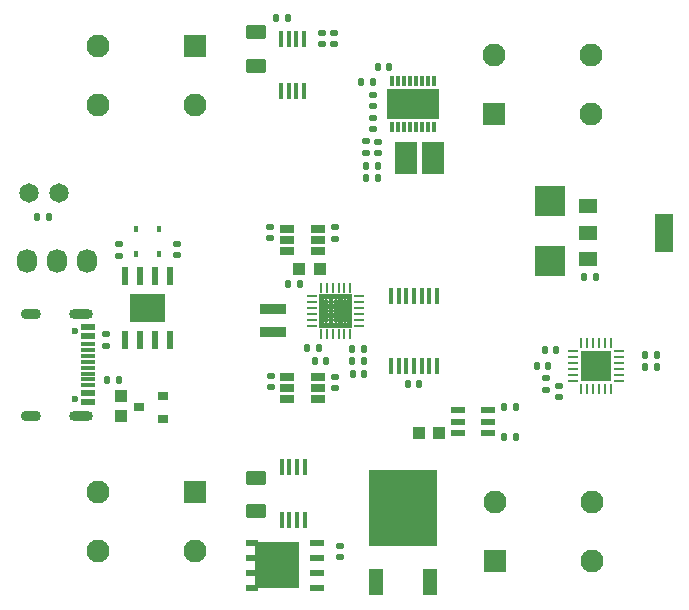
<source format=gbr>
%TF.GenerationSoftware,KiCad,Pcbnew,8.0.6*%
%TF.CreationDate,2024-11-11T10:33:33-08:00*%
%TF.ProjectId,BQ24257,42513234-3235-4372-9e6b-696361645f70,rev?*%
%TF.SameCoordinates,Original*%
%TF.FileFunction,Soldermask,Top*%
%TF.FilePolarity,Negative*%
%FSLAX46Y46*%
G04 Gerber Fmt 4.6, Leading zero omitted, Abs format (unit mm)*
G04 Created by KiCad (PCBNEW 8.0.6) date 2024-11-11 10:33:33*
%MOMM*%
%LPD*%
G01*
G04 APERTURE LIST*
G04 Aperture macros list*
%AMRoundRect*
0 Rectangle with rounded corners*
0 $1 Rounding radius*
0 $2 $3 $4 $5 $6 $7 $8 $9 X,Y pos of 4 corners*
0 Add a 4 corners polygon primitive as box body*
4,1,4,$2,$3,$4,$5,$6,$7,$8,$9,$2,$3,0*
0 Add four circle primitives for the rounded corners*
1,1,$1+$1,$2,$3*
1,1,$1+$1,$4,$5*
1,1,$1+$1,$6,$7*
1,1,$1+$1,$8,$9*
0 Add four rect primitives between the rounded corners*
20,1,$1+$1,$2,$3,$4,$5,0*
20,1,$1+$1,$4,$5,$6,$7,0*
20,1,$1+$1,$6,$7,$8,$9,0*
20,1,$1+$1,$8,$9,$2,$3,0*%
G04 Aperture macros list end*
%ADD10C,0.000000*%
%ADD11RoundRect,0.147500X0.147500X0.172500X-0.147500X0.172500X-0.147500X-0.172500X0.147500X-0.172500X0*%
%ADD12R,1.000000X1.000000*%
%ADD13RoundRect,0.147500X-0.147500X-0.172500X0.147500X-0.172500X0.147500X0.172500X-0.147500X0.172500X0*%
%ADD14RoundRect,0.147500X0.172500X-0.147500X0.172500X0.147500X-0.172500X0.147500X-0.172500X-0.147500X0*%
%ADD15RoundRect,0.250000X0.625000X-0.375000X0.625000X0.375000X-0.625000X0.375000X-0.625000X-0.375000X0*%
%ADD16C,0.600000*%
%ADD17R,1.160000X0.600000*%
%ADD18R,1.160000X0.300000*%
%ADD19O,2.000000X0.900000*%
%ADD20O,1.700000X0.900000*%
%ADD21C,1.651000*%
%ADD22O,1.727200X2.032000*%
%ADD23RoundRect,0.147500X-0.172500X0.147500X-0.172500X-0.147500X0.172500X-0.147500X0.172500X0.147500X0*%
%ADD24R,0.450000X0.600000*%
%ADD25R,0.850000X0.280000*%
%ADD26R,0.280000X0.850000*%
%ADD27C,0.508000*%
%ADD28R,2.300000X0.850000*%
%ADD29R,0.300000X0.850000*%
%ADD30R,4.440000X2.540000*%
%ADD31R,1.950000X1.950000*%
%ADD32C,1.950000*%
%ADD33R,0.600000X1.550000*%
%ADD34R,1.700000X1.175000*%
%ADD35R,1.200000X2.200000*%
%ADD36R,5.800000X6.400000*%
%ADD37R,0.450000X1.450000*%
%ADD38R,1.850000X2.800000*%
%ADD39R,1.270000X0.610000*%
%ADD40R,3.810000X3.910000*%
%ADD41R,1.020000X0.610000*%
%ADD42R,1.200000X0.600000*%
%ADD43R,1.220000X0.650000*%
%ADD44R,1.500000X1.200000*%
%ADD45R,1.500000X3.300000*%
%ADD46R,2.500000X2.550000*%
%ADD47R,0.900000X0.800000*%
%ADD48RoundRect,0.062500X-0.350000X-0.062500X0.350000X-0.062500X0.350000X0.062500X-0.350000X0.062500X0*%
%ADD49RoundRect,0.062500X-0.062500X-0.350000X0.062500X-0.350000X0.062500X0.350000X-0.062500X0.350000X0*%
%ADD50R,2.600000X2.600000*%
G04 APERTURE END LIST*
D10*
%TO.C,U1*%
G36*
X56116600Y-113079900D02*
G01*
X55690500Y-113079900D01*
X55690500Y-110252900D01*
X56116600Y-110252900D01*
X56116600Y-113079900D01*
G37*
G36*
X56904000Y-113079900D02*
G01*
X56516600Y-113079900D01*
X56516600Y-110252900D01*
X56904000Y-110252900D01*
X56904000Y-113079900D01*
G37*
G36*
X57691400Y-113079900D02*
G01*
X57304000Y-113079900D01*
X57304000Y-110252900D01*
X57691400Y-110252900D01*
X57691400Y-113079900D01*
G37*
G36*
X58517500Y-110679000D02*
G01*
X55690500Y-110679000D01*
X55690500Y-110252900D01*
X58517500Y-110252900D01*
X58517500Y-110679000D01*
G37*
G36*
X58517500Y-111466400D02*
G01*
X55690500Y-111466400D01*
X55690500Y-111079000D01*
X58517500Y-111079000D01*
X58517500Y-111466400D01*
G37*
G36*
X58517500Y-112253800D02*
G01*
X55690500Y-112253800D01*
X55690500Y-111866400D01*
X58517500Y-111866400D01*
X58517500Y-112253800D01*
G37*
G36*
X58517500Y-113079900D02*
G01*
X55690500Y-113079900D01*
X55690500Y-112653800D01*
X58517500Y-112653800D01*
X58517500Y-113079900D01*
G37*
G36*
X58517500Y-113079900D02*
G01*
X58091400Y-113079900D01*
X58091400Y-110252900D01*
X58517500Y-110252900D01*
X58517500Y-113079900D01*
G37*
%TD*%
D11*
%TO.C,R5*%
X59489000Y-115909000D03*
X58519000Y-115909000D03*
%TD*%
D12*
%TO.C,C_VHS1*%
X64150000Y-122000000D03*
X65850000Y-122000000D03*
%TD*%
D13*
%TO.C,R18*%
X71395000Y-122320000D03*
X72365000Y-122320000D03*
%TD*%
D14*
%TO.C,C_VC2*%
X59650000Y-98275000D03*
X59650000Y-97305000D03*
%TD*%
D15*
%TO.C,SOLAR_SENSE1*%
X50385000Y-128625000D03*
X50385000Y-125825000D03*
%TD*%
D16*
%TO.C,USB-C1*%
X35040000Y-113320000D03*
X35040000Y-119100000D03*
D17*
X36100000Y-113010000D03*
X36100000Y-113810000D03*
D18*
X36100000Y-114960000D03*
X36100000Y-115960000D03*
X36100000Y-116460000D03*
X36100000Y-117460000D03*
D17*
X36100000Y-118610000D03*
X36100000Y-119410000D03*
X36100000Y-119410000D03*
X36100000Y-118610000D03*
D18*
X36100000Y-117960000D03*
X36100000Y-116960000D03*
X36100000Y-115460000D03*
X36100000Y-114460000D03*
D17*
X36100000Y-113810000D03*
X36100000Y-113010000D03*
D19*
X35520000Y-111890000D03*
D20*
X31350000Y-111890000D03*
D19*
X35520000Y-120530000D03*
D20*
X31350000Y-120530000D03*
%TD*%
D21*
%TO.C,J4*%
X33680000Y-101640000D03*
X31140000Y-101640000D03*
%TD*%
D22*
%TO.C,J3*%
X30940000Y-107440000D03*
X33480000Y-107440000D03*
X36020000Y-107440000D03*
%TD*%
D23*
%TO.C,C2*%
X51570000Y-104536400D03*
X51570000Y-105506400D03*
%TD*%
D24*
%TO.C,D2*%
X40240600Y-104761900D03*
X40240600Y-106861900D03*
%TD*%
D13*
%TO.C,R17*%
X71390000Y-119770000D03*
X72360000Y-119770000D03*
%TD*%
D23*
%TO.C,Rpiset1*%
X57019000Y-104561400D03*
X57019000Y-105531400D03*
%TD*%
D13*
%TO.C,R6*%
X31845000Y-103720000D03*
X32815000Y-103720000D03*
%TD*%
D25*
%TO.C,U1*%
X59079000Y-112916400D03*
X59079000Y-112416401D03*
X59079000Y-111916400D03*
X59079000Y-111416400D03*
X59079000Y-110916399D03*
X59079000Y-110416400D03*
D26*
X58354315Y-109691400D03*
X57854189Y-109691400D03*
X57354063Y-109691400D03*
X56853937Y-109691400D03*
X56353811Y-109691400D03*
X55853685Y-109691400D03*
D25*
X55129000Y-110416400D03*
X55129000Y-110916399D03*
X55129000Y-111416400D03*
X55129000Y-111916400D03*
X55129000Y-112416401D03*
X55129000Y-112916400D03*
D26*
X55853685Y-113641400D03*
X56353811Y-113641400D03*
X56853937Y-113641400D03*
X57354063Y-113641400D03*
X57854189Y-113641400D03*
X58354315Y-113641400D03*
D27*
X57891400Y-112453800D03*
X57891400Y-111666400D03*
X57891400Y-110879000D03*
X57104000Y-112453800D03*
X57104000Y-111666400D03*
X57104000Y-110879000D03*
X56316600Y-112453800D03*
X56316600Y-111666400D03*
X56316600Y-110879000D03*
%TD*%
D13*
%TO.C,C_VC3*%
X59280000Y-92310000D03*
X60250000Y-92310000D03*
%TD*%
%TO.C,R8*%
X83325000Y-115390000D03*
X84295000Y-115390000D03*
%TD*%
%TO.C,C_VC1*%
X59710000Y-99355000D03*
X60680000Y-99355000D03*
%TD*%
%TO.C,R4*%
X37780000Y-117480000D03*
X38750000Y-117480000D03*
%TD*%
D28*
%TO.C,Lo1*%
X51800000Y-113405000D03*
X51800000Y-111455000D03*
%TD*%
D23*
%TO.C,R12*%
X60240000Y-95310000D03*
X60240000Y-96280000D03*
%TD*%
%TO.C,R10*%
X60690000Y-97335000D03*
X60690000Y-98305000D03*
%TD*%
D14*
%TO.C,C5*%
X43644200Y-106951100D03*
X43644200Y-105981100D03*
%TD*%
D29*
%TO.C,IC2*%
X65410000Y-92180000D03*
X64910000Y-92180000D03*
X64410000Y-92180000D03*
X63910000Y-92180000D03*
X63410000Y-92180000D03*
X62910000Y-92180000D03*
X62410000Y-92180000D03*
X61910000Y-92180000D03*
X61910000Y-96080000D03*
X62410000Y-96080000D03*
X62910000Y-96080000D03*
X63410000Y-96080000D03*
X63910000Y-96080000D03*
X64410000Y-96080000D03*
X64910000Y-96080000D03*
X65410000Y-96080000D03*
D30*
X63660000Y-94130000D03*
%TD*%
D13*
%TO.C,R14*%
X60675000Y-90970000D03*
X61645000Y-90970000D03*
%TD*%
%TO.C,Cldo1*%
X58504000Y-114876400D03*
X59474000Y-114876400D03*
%TD*%
D31*
%TO.C,BATTERY1*%
X45210000Y-89230000D03*
D32*
X37010000Y-89230000D03*
X45210000Y-94230000D03*
X37010000Y-94230000D03*
%TD*%
D13*
%TO.C,R9*%
X83315000Y-116400000D03*
X84285000Y-116400000D03*
%TD*%
D33*
%TO.C,UART1*%
X39250000Y-114120000D03*
X40520000Y-114120000D03*
X41790000Y-114120000D03*
X43060000Y-114120000D03*
X43060000Y-108720000D03*
X41790000Y-108720000D03*
X40520000Y-108720000D03*
X39250000Y-108720000D03*
D34*
X40520000Y-112007500D03*
X41790000Y-112007500D03*
X40520000Y-110832500D03*
X41790000Y-110832500D03*
%TD*%
D14*
%TO.C,C4*%
X38767400Y-106971700D03*
X38767400Y-106001700D03*
%TD*%
D35*
%TO.C,Q4*%
X60520000Y-134650000D03*
D36*
X62800000Y-128350000D03*
D35*
X65080000Y-134650000D03*
%TD*%
D23*
%TO.C,RPilim1*%
X57049000Y-117251400D03*
X57049000Y-118221400D03*
%TD*%
D37*
%TO.C,U8*%
X52485000Y-93055000D03*
X53135000Y-93055000D03*
X53785000Y-93055000D03*
X54435000Y-93055000D03*
X54435000Y-88605000D03*
X53785000Y-88605000D03*
X53135000Y-88605000D03*
X52485000Y-88605000D03*
%TD*%
%TO.C,U9*%
X52530000Y-129340000D03*
X53180000Y-129340000D03*
X53830000Y-129340000D03*
X54480000Y-129340000D03*
X54480000Y-124890000D03*
X53830000Y-124890000D03*
X53180000Y-124890000D03*
X52530000Y-124890000D03*
%TD*%
D23*
%TO.C,R16*%
X56980000Y-88095000D03*
X56980000Y-89065000D03*
%TD*%
D31*
%TO.C,BAT_OUT1*%
X70580000Y-132860000D03*
D32*
X78780000Y-132860000D03*
X70580000Y-127860000D03*
X78780000Y-127860000D03*
%TD*%
D38*
%TO.C,L1*%
X65340000Y-98710000D03*
X63040000Y-98710000D03*
%TD*%
D13*
%TO.C,R11*%
X59695000Y-100425000D03*
X60665000Y-100425000D03*
%TD*%
D39*
%TO.C,Q2*%
X55500000Y-135085000D03*
X55500000Y-133815000D03*
X55500000Y-132545000D03*
X55500000Y-131275000D03*
D40*
X52140000Y-133180000D03*
D41*
X50035000Y-135085000D03*
X50035000Y-133815000D03*
X50035000Y-132545000D03*
X50035000Y-131275000D03*
%TD*%
D13*
%TO.C,Rdpmt1*%
X58549000Y-116976400D03*
X59519000Y-116976400D03*
%TD*%
D14*
%TO.C,R15*%
X55920000Y-89060000D03*
X55920000Y-88090000D03*
%TD*%
D23*
%TO.C,C1*%
X51609000Y-117156400D03*
X51609000Y-118126400D03*
%TD*%
D42*
%TO.C,IC1*%
X70000000Y-121990000D03*
X70000000Y-121040000D03*
X70000000Y-120090000D03*
X67500000Y-120090000D03*
X67500000Y-121040000D03*
X67500000Y-121990000D03*
%TD*%
D11*
%TO.C,Cboot1*%
X56285000Y-115900000D03*
X55315000Y-115900000D03*
%TD*%
D12*
%TO.C,C_Vusb1*%
X38890000Y-118830000D03*
X38890000Y-120530000D03*
%TD*%
D43*
%TO.C,U4*%
X53021600Y-117232400D03*
X53021600Y-118182400D03*
X53021600Y-119132400D03*
X55641600Y-119132400D03*
X55641600Y-118182400D03*
X55641600Y-117232400D03*
%TD*%
D14*
%TO.C,R3*%
X37700000Y-114620000D03*
X37700000Y-113650000D03*
%TD*%
D11*
%TO.C,R1*%
X75775000Y-115000000D03*
X74805000Y-115000000D03*
%TD*%
D23*
%TO.C,R2*%
X74912500Y-117380000D03*
X74912500Y-118350000D03*
%TD*%
D12*
%TO.C,Cbat1*%
X55743200Y-108149400D03*
X54043200Y-108149400D03*
%TD*%
D31*
%TO.C,VOUT1*%
X70530000Y-95010000D03*
D32*
X78730000Y-95010000D03*
X70530000Y-90010000D03*
X78730000Y-90010000D03*
%TD*%
D23*
%TO.C,R7*%
X75982500Y-118015000D03*
X75982500Y-118985000D03*
%TD*%
D44*
%TO.C,U3*%
X78480000Y-102750000D03*
X78480000Y-105050000D03*
D45*
X84880000Y-105050000D03*
D44*
X78480000Y-107250000D03*
%TD*%
D23*
%TO.C,R19*%
X57450000Y-131525000D03*
X57450000Y-132495000D03*
%TD*%
D31*
%TO.C,SOLAR_CELL1*%
X45180000Y-126950000D03*
D32*
X36980000Y-126950000D03*
X45180000Y-131950000D03*
X36980000Y-131950000D03*
%TD*%
D46*
%TO.C,Cvsys1*%
X75230000Y-107435000D03*
X75230000Y-102385000D03*
%TD*%
D47*
%TO.C,Q3*%
X42450000Y-120780000D03*
X42450000Y-118880000D03*
X40450000Y-119830000D03*
%TD*%
D11*
%TO.C,Cldoin1*%
X79115000Y-108750000D03*
X78145000Y-108750000D03*
%TD*%
D43*
%TO.C,U5*%
X53000000Y-104700000D03*
X53000000Y-105650000D03*
X53000000Y-106600000D03*
X55620000Y-106600000D03*
X55620000Y-105650000D03*
X55620000Y-104700000D03*
%TD*%
D13*
%TO.C,CVREF1*%
X52095000Y-86830000D03*
X53065000Y-86830000D03*
%TD*%
D37*
%TO.C,U2*%
X61780000Y-116300000D03*
X62430000Y-116300000D03*
X63080000Y-116300000D03*
X63730000Y-116300000D03*
X64380000Y-116300000D03*
X65030000Y-116300000D03*
X65680000Y-116300000D03*
X65680000Y-110400000D03*
X65030000Y-110400000D03*
X64380000Y-110400000D03*
X63730000Y-110400000D03*
X63080000Y-110400000D03*
X62430000Y-110400000D03*
X61780000Y-110400000D03*
%TD*%
D15*
%TO.C,BAT_SENSE1*%
X50395000Y-90885000D03*
X50395000Y-88085000D03*
%TD*%
D11*
%TO.C,C3*%
X75085000Y-116300000D03*
X74115000Y-116300000D03*
%TD*%
D24*
%TO.C,D1*%
X42171000Y-106853300D03*
X42171000Y-104753300D03*
%TD*%
D11*
%TO.C,C6*%
X64187200Y-117879000D03*
X63217200Y-117879000D03*
%TD*%
D14*
%TO.C,R13*%
X60230000Y-94310000D03*
X60230000Y-93340000D03*
%TD*%
D11*
%TO.C,Csin1*%
X54079000Y-109416400D03*
X53109000Y-109416400D03*
%TD*%
D48*
%TO.C,ATTINY1627*%
X77222500Y-115070000D03*
X77222500Y-115570000D03*
X77222500Y-116070000D03*
X77222500Y-116570000D03*
X77222500Y-117070000D03*
X77222500Y-117570000D03*
D49*
X77910000Y-118257500D03*
X78410000Y-118257500D03*
X78910000Y-118257500D03*
X79410000Y-118257500D03*
X79910000Y-118257500D03*
X80410000Y-118257500D03*
D48*
X81097500Y-117570000D03*
X81097500Y-117070000D03*
X81097500Y-116570000D03*
X81097500Y-116070000D03*
X81097500Y-115570000D03*
X81097500Y-115070000D03*
D49*
X80410000Y-114382500D03*
X79910000Y-114382500D03*
X79410000Y-114382500D03*
X78910000Y-114382500D03*
X78410000Y-114382500D03*
X77910000Y-114382500D03*
D50*
X79160000Y-116320000D03*
%TD*%
D11*
%TO.C,Cpmid1*%
X55685000Y-114800000D03*
X54715000Y-114800000D03*
%TD*%
M02*

</source>
